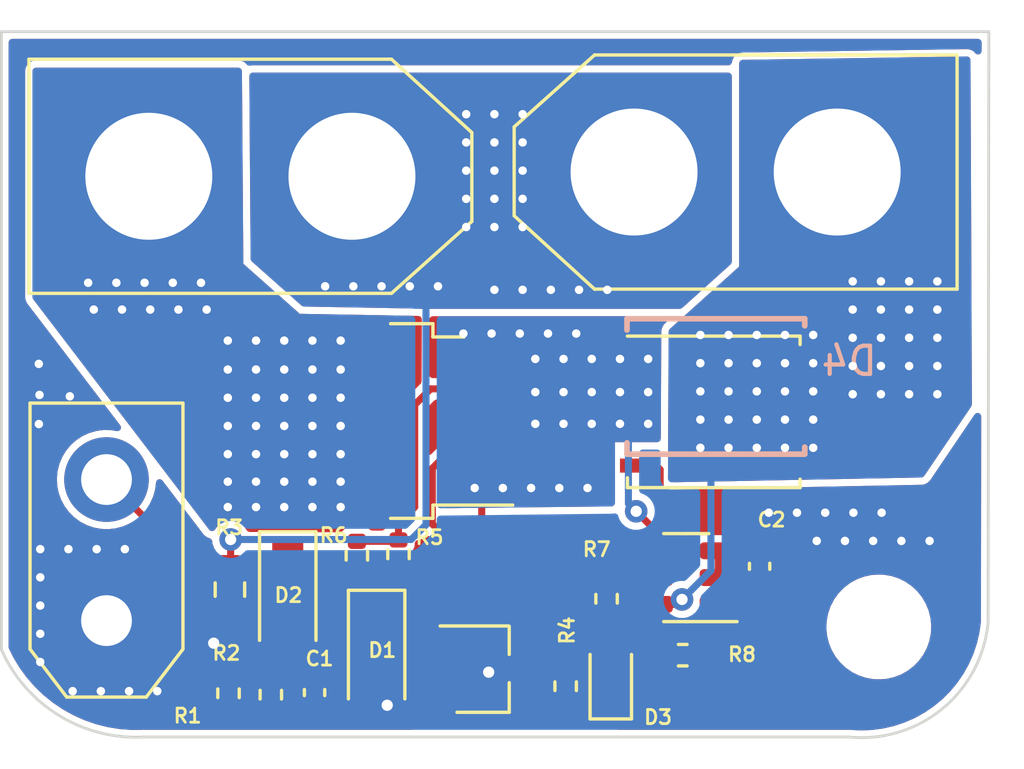
<source format=kicad_pcb>
(kicad_pcb (version 20211014) (generator pcbnew)
  (layers (0 "F.Cu" signal) (31 "B.Cu" signal) (34 "B.Paste" user) (35 "F.Paste" user) (36 "B.SilkS" user "B.Silkscreen") (37 "F.SilkS" user "F.Silkscreen") (38 "B.Mask" user) (39 "F.Mask" user) (44 "Edge.Cuts" user))
  (net 0 "")
  (net 1 "Net-(C1-Pad1)")
  (net 2 "GND")
  (net 3 "Net-(C2-Pad1)")
  (net 4 "GNDPWR")
  (net 5 "Net-(D3-Pad2)")
  (net 6 "/NMOS_OUT")
  (net 7 "/EN")
  (net 8 "/NMOS_IN")
  (net 9 "Net-(Q1-Pad2)")
  (net 10 "Net-(Q2-Pad4)")
  (net 11 "Net-(R4-Pad2)")
  (net 12 "Net-(R5-Pad2)")
  (net 13 "Net-(R6-Pad2)")
  (net 14 "Net-(Q2-Pad1)")
  (footprint "Connector_AMASS:AMASS_XT30UPB-M_1x02_P5.0mm_Vertical" (layer "F.Cu") (at 142.325 103.3 90)
    (fp_text reference "J1" hide)
    (fp_text value "Conn_01x02")
    (fp_line (start -1.01 2.71) (end 7.71 2.71) (layer "F.SilkS") (width 0.12))
    (fp_line (start -2.71 1.41) (end -1.01 2.71) (layer "F.SilkS") (width 0.12))
    (fp_line (start -2.71 -1.41) (end -1.01 -2.71) (layer "F.SilkS") (width 0.12))
    (fp_line (start 7.71 -2.71) (end 7.71 2.71) (layer "F.SilkS") (width 0.12))
    (fp_line (start -2.71 -1.41) (end -2.71 1.41) (layer "F.SilkS") (width 0.12))
    (fp_line (start -1.01 -2.71) (end 7.71 -2.71) (layer "F.SilkS") (width 0.12))
    (pad "1" thru_hole rect (at 0 0 90) (size 3 3) (drill 1.8) (layers *.Cu *.Mask) (net 2 "GND"))
    (pad "2" thru_hole circle (at 5 0 90) (size 3 3) (drill 1.8) (layers *.Cu *.Mask) (net 7 "/EN"))
  )
  (footprint "Resistor_SMD:R_0402_1005Metric" (layer "F.Cu") (at 162.75 104.525)
    (fp_text reference "R8" (at 2.1 -0.025) (layer "F.SilkS") (effects (font (size 0.5 0.5) (thickness 0.1))))
    (fp_text value "100R")
    (fp_line (start -0.153641 0.38) (end 0.153641 0.38) (layer "F.SilkS") (width 0.12))
    (fp_line (start -0.153641 -0.38) (end 0.153641 -0.38) (layer "F.SilkS") (width 0.12))
    (pad "1" smd roundrect (at -0.51 0) (size 0.54 0.64) (layers "F.Cu" "F.Paste" "F.Mask") (net 6 "/NMOS_OUT"))
    (pad "2" smd roundrect (at 0.51 0) (size 0.54 0.64) (layers "F.Cu" "F.Paste" "F.Mask") (net 3 "Net-(C2-Pad1)"))
  )
  (footprint "Package_TO_SOT_SMD:TDSON-8-1" (layer "F.Cu") (at 163.85 95.9)
    (fp_text reference "Q2" hide)
    (fp_text value "CSD18540Q5B")
    (fp_line (start 3.06 2.385) (end 3.06 2.685) (layer "F.SilkS") (width 0.12))
    (fp_line (start 3.06 -2.385) (end 3.06 -2.685) (layer "F.SilkS") (width 0.12))
    (fp_line (start -3.06 2.335) (end -3.06 2.685) (layer "F.SilkS") (width 0.12))
    (fp_line (start 3.06 2.685) (end -3.06 2.685) (layer "F.SilkS") (width 0.12))
    (fp_line (start 3.06 -2.685) (end -3.06 -2.685) (layer "F.SilkS") (width 0.12))
    (pad "1" smd rect (at -2.9 -1.905) (size 0.85 0.5) (layers "F.Cu" "F.Paste" "F.Mask") (net 14 "Net-(Q2-Pad1)"))
    (pad "2" smd rect (at -2.9 -0.635) (size 0.85 0.5) (layers "F.Cu" "F.Paste" "F.Mask") (net 14 "Net-(Q2-Pad1)"))
    (pad "3" smd rect (at -2.9 0.635) (size 0.85 0.5) (layers "F.Cu" "F.Paste" "F.Mask") (net 14 "Net-(Q2-Pad1)"))
    (pad "4" smd rect (at -2.9 1.905) (size 0.85 0.5) (layers "F.Cu" "F.Paste" "F.Mask") (net 10 "Net-(Q2-Pad4)"))
    (pad "5" smd rect (at 1.05 0) (size 4.55 4.41) (layers "F.Cu") (net 6 "/NMOS_OUT"))
  )
  (footprint "Package_TO_SOT_SMD:TO-252-4" (layer "F.Cu") (at 151.425 96.225 180)
    (fp_text reference "U1" hide)
    (fp_text value "BTS443P")
    (fp_line (start -2.47 3.45) (end -2.47 2.98) (layer "F.SilkS") (width 0.12))
    (fp_line (start -2.47 -3.45) (end -2.47 -2.98) (layer "F.SilkS") (width 0.12))
    (fp_line (start -0.97 -3.45) (end -2.47 -3.45) (layer "F.SilkS") (width 0.12))
    (fp_line (start -2.47 2.98) (end -3.57 2.98) (layer "F.SilkS") (width 0.12))
    (fp_line (start -2.47 -2.98) (end -5.3 -2.98) (layer "F.SilkS") (width 0.12))
    (fp_line (start -0.97 3.45) (end -2.47 3.45) (layer "F.SilkS") (width 0.12))
    (pad "1" smd rect (at -4.2 -2.28 180) (size 2.2 0.8) (layers "F.Cu" "F.Paste" "F.Mask") (net 14 "Net-(Q2-Pad1)"))
    (pad "2" smd rect (at -4.2 -1.14 180) (size 2.2 0.8) (layers "F.Cu" "F.Paste" "F.Mask") (net 11 "Net-(R4-Pad2)"))
    (pad "3" smd rect (at 2.1 0 180) (size 6.4 5.8) (layers "F.Cu" "F.Mask") (net 8 "/NMOS_IN"))
    (pad "4" smd rect (at -4.2 1.14 180) (size 2.2 0.8) (layers "F.Cu" "F.Paste" "F.Mask") (net 12 "Net-(R5-Pad2)"))
    (pad "5" smd rect (at -4.2 2.28 180) (size 2.2 0.8) (layers "F.Cu" "F.Paste" "F.Mask") (net 14 "Net-(Q2-Pad1)"))
  )
  (footprint "MountingHole:MountingHole_3.2mm_M3" (layer "F.Cu") (at 169.7 103.525)
    (fp_text reference "H1" hide)
    (fp_text value "MountingHole")
    (pad "" np_thru_hole circle (at 0 0) (size 3.2 3.2) (drill 3.2) (layers *.Cu *.Mask))
  )
  (footprint "Package_TO_SOT_SMD:TSOT-23" (layer "F.Cu") (at 155.65 105)
    (fp_text reference "Q1" hide)
    (fp_text value "Q_NPN_BCE")
    (fp_line (start 0.95 0.5) (end 0.95 1.55) (layer "F.SilkS") (width 0.12))
    (fp_line (start 0.93 -1.51) (end -1.5 -1.51) (layer "F.SilkS") (width 0.12))
    (fp_line (start 0.95 1.55) (end -0.9 1.55) (layer "F.SilkS") (width 0.12))
    (fp_line (start 0.95 -1.5) (end 0.95 -0.5) (layer "F.SilkS") (width 0.12))
    (pad "1" smd rect (at -1.31 -0.95) (size 1.22 0.65) (layers "F.Cu" "F.Paste" "F.Mask") (net 1 "Net-(C1-Pad1)"))
    (pad "2" smd rect (at -1.31 0.95) (size 1.22 0.65) (layers "F.Cu" "F.Paste" "F.Mask") (net 9 "Net-(Q1-Pad2)"))
    (pad "3" smd rect (at 1.31 0) (size 1.22 0.65) (layers "F.Cu" "F.Paste" "F.Mask") (net 2 "GND"))
  )
  (footprint "Capacitor_SMD:C_0402_1005Metric" (layer "F.Cu") (at 149.7 105.85 -90)
    (fp_text reference "C1" (at -1.2 -0.175 180) (layer "F.SilkS") (effects (font (size 0.5 0.5) (thickness 0.1))))
    (fp_text value "104")
    (fp_line (start -0.107836 -0.36) (end 0.107836 -0.36) (layer "F.SilkS") (width 0.12))
    (fp_line (start -0.107836 0.36) (end 0.107836 0.36) (layer "F.SilkS") (width 0.12))
    (pad "1" smd roundrect (at -0.48 0 270) (size 0.56 0.62) (layers "F.Cu" "F.Paste" "F.Mask") (net 1 "Net-(C1-Pad1)"))
    (pad "2" smd roundrect (at 0.48 0 270) (size 0.56 0.62) (layers "F.Cu" "F.Paste" "F.Mask") (net 2 "GND"))
  )
  (footprint "LED_SMD:LED_0603_1608Metric" (layer "F.Cu") (at 160.2 105.3 90)
    (fp_text reference "D3" (at -1.425 1.675 180) (layer "F.SilkS") (effects (font (size 0.5 0.5) (thickness 0.1))))
    (fp_text value "LED")
    (fp_line (start -1.485 0.735) (end 0.8 0.735) (layer "F.SilkS") (width 0.12))
    (fp_line (start -1.485 -0.735) (end -1.485 0.735) (layer "F.SilkS") (width 0.12))
    (fp_line (start 0.8 -0.735) (end -1.485 -0.735) (layer "F.SilkS") (width 0.12))
    (pad "1" smd roundrect (at -0.7875 0 90) (size 0.875 0.95) (layers "F.Cu" "F.Paste" "F.Mask") (net 4 "GNDPWR"))
    (pad "2" smd roundrect (at 0.7875 0 90) (size 0.875 0.95) (layers "F.Cu" "F.Paste" "F.Mask") (net 5 "Net-(D3-Pad2)"))
  )
  (footprint "Resistor_SMD:R_0402_1005Metric" (layer "F.Cu") (at 158.6 105.625 90)
    (fp_text reference "R4" (at 1.975 0.05 270) (layer "F.SilkS") (effects (font (size 0.5 0.5) (thickness 0.1))))
    (fp_text value "10k")
    (fp_line (start -0.153641 0.38) (end 0.153641 0.38) (layer "F.SilkS") (width 0.12))
    (fp_line (start -0.153641 -0.38) (end 0.153641 -0.38) (layer "F.SilkS") (width 0.12))
    (pad "1" smd roundrect (at -0.51 0 90) (size 0.54 0.64) (layers "F.Cu" "F.Paste" "F.Mask") (net 9 "Net-(Q1-Pad2)"))
    (pad "2" smd roundrect (at 0.51 0 90) (size 0.54 0.64) (layers "F.Cu" "F.Paste" "F.Mask") (net 11 "Net-(R4-Pad2)"))
  )
  (footprint "Diode_SMD:D_SOD-123F" (layer "F.Cu") (at 148.75 102.35 -90)
    (fp_text reference "D2" (at 0.05 -0.025 180) (layer "F.SilkS") (effects (font (size 0.5 0.5) (thickness 0.1))))
    (fp_text value "BZT52Bxx")
    (fp_line (start -2.2 -1) (end 1.65 -1) (layer "F.SilkS") (width 0.12))
    (fp_line (start -2.2 -1) (end -2.2 1) (layer "F.SilkS") (width 0.12))
    (fp_line (start -2.2 1) (end 1.65 1) (layer "F.SilkS") (width 0.12))
    (pad "1" smd rect (at -1.4 0 270) (size 1.1 1.1) (layers "F.Cu" "F.Paste" "F.Mask") (net 13 "Net-(R6-Pad2)"))
    (pad "2" smd rect (at 1.4 0 270) (size 1.1 1.1) (layers "F.Cu" "F.Paste" "F.Mask") (net 4 "GNDPWR"))
  )
  (footprint "Resistor_SMD:R_0402_1005Metric" (layer "F.Cu") (at 146.65 105.875 -90)
    (fp_text reference "R1" (at 0.8 1.45 180) (layer "F.SilkS") (effects (font (size 0.5 0.5) (thickness 0.1))))
    (fp_text value "10k")
    (fp_line (start -0.153641 -0.38) (end 0.153641 -0.38) (layer "F.SilkS") (width 0.12))
    (fp_line (start -0.153641 0.38) (end 0.153641 0.38) (layer "F.SilkS") (width 0.12))
    (pad "1" smd roundrect (at -0.51 0 270) (size 0.54 0.64) (layers "F.Cu" "F.Paste" "F.Mask") (net 7 "/EN"))
    (pad "2" smd roundrect (at 0.51 0 270) (size 0.54 0.64) (layers "F.Cu" "F.Paste" "F.Mask") (net 1 "Net-(C1-Pad1)"))
  )
  (footprint "Resistor_SMD:R_0402_1005Metric" (layer "F.Cu") (at 151.2 101 -90)
    (fp_text reference "R6" (at -0.725 0.825) (layer "F.SilkS") (effects (font (size 0.5 0.5) (thickness 0.1))))
    (fp_text value "2k")
    (fp_line (start -0.153641 0.38) (end 0.153641 0.38) (layer "F.SilkS") (width 0.12))
    (fp_line (start -0.153641 -0.38) (end 0.153641 -0.38) (layer "F.SilkS") (width 0.12))
    (pad "1" smd roundrect (at -0.51 0 270) (size 0.54 0.64) (layers "F.Cu" "F.Paste" "F.Mask") (net 12 "Net-(R5-Pad2)"))
    (pad "2" smd roundrect (at 0.51 0 270) (size 0.54 0.64) (layers "F.Cu" "F.Paste" "F.Mask") (net 13 "Net-(R6-Pad2)"))
  )
  (footprint "Diode_SMD:D_SOD-123F" (layer "F.Cu") (at 151.9 104.425 -90)
    (fp_text reference "D1" (at -0.075 -0.2 180) (layer "F.SilkS") (effects (font (size 0.5 0.5) (thickness 0.1))))
    (fp_text value "BZT52Bxx")
    (fp_line (start -2.2 -1) (end -2.2 1) (layer "F.SilkS") (width 0.12))
    (fp_line (start -2.2 1) (end 1.65 1) (layer "F.SilkS") (width 0.12))
    (fp_line (start -2.2 -1) (end 1.65 -1) (layer "F.SilkS") (width 0.12))
    (pad "1" smd rect (at -1.4 0 270) (size 1.1 1.1) (layers "F.Cu" "F.Paste" "F.Mask") (net 1 "Net-(C1-Pad1)"))
    (pad "2" smd rect (at 1.4 0 270) (size 1.1 1.1) (layers "F.Cu" "F.Paste" "F.Mask") (net 2 "GND"))
  )
  (footprint "Package_TO_SOT_SMD:TSOT-23-6" (layer "F.Cu") (at 162.875 101.775 180)
    (fp_text reference "U2" hide)
    (fp_text value "LM5050-1")
    (fp_line (start 0 -1.56) (end -1.8 -1.56) (layer "F.SilkS") (width 0.12))
    (fp_line (start 0 1.56) (end -0.8 1.56) (layer "F.SilkS") (width 0.12))
    (fp_line (start 0 -1.56) (end 0.8 -1.56) (layer "F.SilkS") (width 0.12))
    (fp_line (start 0 1.56) (end 0.8 1.56) (layer "F.SilkS") (width 0.12))
    (pad "1" smd roundrect (at -1.1375 -0.95 180) (size 1.325 0.6) (layers "F.Cu" "F.Paste" "F.Mask") (net 3 "Net-(C2-Pad1)"))
    (pad "2" smd roundrect (at -1.1375 0 180) (size 1.325 0.6) (layers "F.Cu" "F.Paste" "F.Mask") (net 4 "GNDPWR"))
    (pad "3" smd roundrect (at -1.1375 0.95 180) (size 1.325 0.6) (layers "F.Cu" "F.Paste" "F.Mask") (net 4 "GNDPWR"))
    (pad "4" smd roundrect (at 1.1375 0.95 180) (size 1.325 0.6) (layers "F.Cu" "F.Paste" "F.Mask") (net 14 "Net-(Q2-Pad1)"))
    (pad "5" smd roundrect (at 1.1375 0 180) (size 1.325 0.6) (layers "F.Cu" "F.Paste" "F.Mask") (net 10 "Net-(Q2-Pad4)"))
    (pad "6" smd roundrect (at 1.1375 -0.95 180) (size 1.325 0.6) (layers "F.Cu" "F.Paste" "F.Mask") (net 6 "/NMOS_OUT"))
  )
  (footprint "Resistor_SMD:R_0402_1005Metric" (layer "F.Cu") (at 152.675 100.95 90)
    (fp_text reference "R5" (at 0.6 1.1 180) (layer "F.SilkS") (effects (font (size 0.5 0.5) (thickness 0.1))))
    (fp_text value "10k")
    (fp_line (start -0.153641 -0.38) (end 0.153641 -0.38) (layer "F.SilkS") (width 0.12))
    (fp_line (start -0.153641 0.38) (end 0.153641 0.38) (layer "F.SilkS") (width 0.12))
    (pad "1" smd roundrect (at -0.51 0 90) (size 0.54 0.64) (layers "F.Cu" "F.Paste" "F.Mask") (net 4 "GNDPWR"))
    (pad "2" smd roundrect (at 0.51 0 90) (size 0.54 0.64) (layers "F.Cu" "F.Paste" "F.Mask") (net 12 "Net-(R5-Pad2)"))
  )
  (footprint "Resistor_SMD:R_0402_1005Metric" (layer "F.Cu") (at 160.05 102.525 -90)
    (fp_text reference "R7" (at -1.75 0.35 180) (layer "F.SilkS") (effects (font (size 0.5 0.5) (thickness 0.1))))
    (fp_text value "10k")
    (fp_line (start -0.153641 0.38) (end 0.153641 0.38) (layer "F.SilkS") (width 0.12))
    (fp_line (start -0.153641 -0.38) (end 0.153641 -0.38) (layer "F.SilkS") (width 0.12))
    (pad "1" smd roundrect (at -0.51 0 270) (size 0.54 0.64) (layers "F.Cu" "F.Paste" "F.Mask") (net 14 "Net-(Q2-Pad1)"))
    (pad "2" smd roundrect (at 0.51 0 270) (size 0.54 0.64) (layers "F.Cu" "F.Paste" "F.Mask") (net 5 "Net-(D3-Pad2)"))
  )
  (footprint "Capacitor_SMD:C_0402_1005Metric" (layer "F.Cu") (at 165.475 101.375 90)
    (fp_text reference "C2" (at 1.65 0.425 180) (layer "F.SilkS") (effects (font (size 0.5 0.5) (thickness 0.1))))
    (fp_text value "104")
    (fp_line (start -0.107836 0.36) (end 0.107836 0.36) (layer "F.SilkS") (width 0.12))
    (fp_line (start -0.107836 -0.36) (end 0.107836 -0.36) (layer "F.SilkS") (width 0.12))
    (pad "1" smd roundrect (at -0.48 0 90) (size 0.56 0.62) (layers "F.Cu" "F.Paste" "F.Mask") (net 3 "Net-(C2-Pad1)"))
    (pad "2" smd roundrect (at 0.48 0 90) (size 0.56 0.62) (layers "F.Cu" "F.Paste" "F.Mask") (net 4 "GNDPWR"))
  )
  (footprint "Resistor_SMD:R_0603_1608Metric" (layer "F.Cu") (at 146.7 102.2 90)
    (fp_text reference "R3" (at 2.2 -0.025 180) (layer "F.SilkS") (effects (font (size 0.5 0.5) (thickness 0.1))))
    (fp_text value "0")
    (fp_line (start -0.237258 -0.5225) (end 0.237258 -0.5225) (layer "F.SilkS") (width 0.12))
    (fp_line (start -0.237258 0.5225) (end 0.237258 0.5225) (layer "F.SilkS") (width 0.12))
    (pad "1" smd roundrect (at -0.825 0 90) (size 0.8 0.95) (layers "F.Cu" "F.Paste" "F.Mask") (net 2 "GND"))
    (pad "2" smd roundrect (at 0.825 0 90) (size 0.8 0.95) (layers "F.Cu" "F.Paste" "F.Mask") (net 4 "GNDPWR"))
  )
  (footprint "Resistor_SMD:R_0402_1005Metric" (layer "F.Cu") (at 148.15 105.925 -90)
    (fp_text reference "R2" (at -1.475 1.575 180) (layer "F.SilkS") (effects (font (size 0.5 0.5) (thickness 0.1))))
    (fp_text value "10k")
    (fp_line (start -0.153641 -0.38) (end 0.153641 -0.38) (layer "F.SilkS") (width 0.12))
    (fp_line (start -0.153641 0.38) (end 0.153641 0.38) (layer "F.SilkS") (width 0.12))
    (pad "1" smd roundrect (at -0.51 0 270) (size 0.54 0.64) (layers "F.Cu" "F.Paste" "F.Mask") (net 1 "Net-(C1-Pad1)"))
    (pad "2" smd roundrect (at 0.51 0 270) (size 0.54 0.64) (layers "F.Cu" "F.Paste" "F.Mask") (net 2 "GND"))
  )
  (footprint "Connector_AMASS:AMASS_XT60-M_1x02_P7.20mm_Vertical" (layer "F.Cu") (at 151.025 87.55 180)
    (fp_text reference "J2" hide)
    (fp_text value "Conn_01x02")
    (fp_line (start 11.45 -4.15) (end -1.4 -4.15) (layer "F.SilkS") (width 0.12))
    (fp_line (start -4.25 -1.6) (end -4.25 1.55) (layer "F.SilkS") (width 0.12))
    (fp_line (start -4.25 1.55) (end -1.4 4.15) (layer "F.SilkS") (width 0.12))
    (fp_line (start -1.4 -4.15) (end -4.25 -1.6) (layer "F.SilkS") (width 0.12))
    (fp_line (start 11.45 4.15) (end 11.45 -4.15) (layer "F.SilkS") (width 0.12))
    (fp_line (start -1.4 4.15) (end 11.45 4.15) (layer "F.SilkS") (width 0.12))
    (pad "1" thru_hole roundrect (at 0 0 180) (size 6 6) (drill 4.5) (layers *.Cu *.Mask) (net 4 "GNDPWR"))
    (pad "2" thru_hole circle (at 7.2 0 180) (size 6 6) (drill 4.5) (layers *.Cu *.Mask) (net 8 "/NMOS_IN"))
  )
  (footprint "Connector_AMASS:AMASS_XT60-F_1x02_P7.20mm_Vertical" (layer "F.Cu") (at 161.025 87.4)
    (fp_text reference "J3" hide)
    (fp_text value "Conn_01x02")
    (fp_line (start 11.45 -4.15) (end -1.4 -4.15) (layer "F.SilkS") (width 0.12))
    (fp_line (start -4.25 1.55) (end -1.4 4.15) (layer "F.SilkS") (width 0.12))
    (fp_line (start -4.25 -1.6) (end -4.25 1.55) (layer "F.SilkS") (width 0.12))
    (fp_line (start 11.45 4.15) (end 11.45 -4.15) (layer "F.SilkS") (width 0.12))
    (fp_line (start -1.4 -4.15) (end -4.25 -1.6) (layer "F.SilkS") (width 0.12))
    (fp_line (start -1.4 4.15) (end 11.45 4.15) (layer "F.SilkS") (width 0.12))
    (pad "1" thru_hole roundrect (at 0 0) (size 6 6) (drill 4.5) (layers *.Cu *.Mask) (net 4 "GNDPWR"))
    (pad "2" thru_hole circle (at 7.2 0) (size 6 6) (drill 4.5) (layers *.Cu *.Mask) (net 6 "/NMOS_OUT"))
  )
  (footprint "POWER_DIODE_SMD:TO-277A" (layer "B.Cu") (at 163.925 95 180)
    (fp_text reference "D4" (at -4.725 0.9 unlocked) (layer "B.SilkS") (effects (justify mirror)))
    (fp_text value "SVM1550UB")
    (fp_line (start -3.15 2.4) (end -3.15 2.15) (layer "B.SilkS") (width 0.2))
    (fp_line (start -3.15 -2.4) (end -3.15 -2.15) (layer "B.SilkS") (width 0.2))
    (fp_line (start -3.15 2.4) (end 3.15 2.4) (layer "B.SilkS") (width 0.2))
    (fp_line (start -3.15 -2.4) (end 3.15 -2.4) (layer "B.SilkS") (width 0.2))
    (fp_line (start 3.15 2.4) (end 3.15 2) (layer "B.SilkS") (width 0.2))
    (fp_line (start 3.15 -2.4) (end 3.15 -2) (layer "B.SilkS") (width 0.2))
    (pad "A" smd rect (at 2.9 0 90) (size 3.5 1.2) (layers "B.Cu") (net 14 "Net-(Q2-Pad1)"))
    (pad "K" smd roundrect (at -1.1 0 180) (size 4.8 3.8) (layers "B.Cu" "B.Mask") (roundrect_rratio 0.02) (net 6 "/NMOS_OUT"))
  )
  (gr_arc (start 143.65 107.425) (mid 140.641661 106.662365) (end 138.6 104.325) (layer "Edge.Cuts") (width 0.1))
  (gr_line (start 173.6 82.425) (end 173.575 103.35) (layer "Edge.Cuts") (width 0.1))
  (gr_line (start 138.6 82.425) (end 138.6 104.325) (layer "Edge.Cuts") (width 0.1))
  (gr_line (start 138.6 82.425) (end 173.6 82.425) (layer "Edge.Cuts") (width 0.1))
  (gr_line (start 143.65 107.425) (end 168.65 107.425) (layer "Edge.Cuts") (width 0.1))
  (gr_arc (start 173.575 103.35) (mid 171.962611 106.414935) (end 168.65 107.425) (layer "Edge.Cuts") (width 0.1))
  (segment (start 152 102.8) (end 152.825 102.8) (width 0.25) (layer "F.Cu") (net 1))
  (segment (start 150.305 105.37) (end 150.75 104.925) (width 0.25) (layer "F.Cu") (net 1))
  (segment (start 153.4 104.05) (end 154.34 104.05) (width 0.25) (layer "F.Cu") (net 1))
  (segment (start 147.5 105.725) (end 147.81 105.415) (width 0.25) (layer "F.Cu") (net 1))
  (segment (start 150.75 104.925) (end 150.75 103.175) (width 0.25) (layer "F.Cu") (net 1))
  (segment (start 153.125 103.775) (end 153.4 104.05) (width 0.25) (layer "F.Cu") (net 1))
  (segment (start 152.825 102.8) (end 153.125 103.1) (width 0.25) (layer "F.Cu") (net 1))
  (segment (start 146.65 106.385) (end 147.265 106.385) (width 0.25) (layer "F.Cu") (net 1))
  (segment (start 147.265 106.385) (end 147.5 106.15) (width 0.25) (layer "F.Cu") (net 1))
  (segment (start 148.15 105.415) (end 149.655 105.415) (width 0.25) (layer "F.Cu") (net 1))
  (segment (start 147.81 105.415) (end 148.15 105.415) (width 0.25) (layer "F.Cu") (net 1))
  (segment (start 149.7 105.37) (end 150.305 105.37) (width 0.25) (layer "F.Cu") (net 1))
  (segment (start 150.75 103.175) (end 151.125 102.8) (width 0.25) (layer "F.Cu") (net 1))
  (segment (start 147.5 106.15) (end 147.5 105.725) (width 0.25) (layer "F.Cu") (net 1))
  (segment (start 149.655 105.415) (end 149.7 105.37) (width 0.25) (layer "F.Cu") (net 1))
  (segment (start 153.125 103.1) (end 153.125 103.775) (width 0.25) (layer "F.Cu") (net 1))
  (segment (start 151.125 102.8) (end 152 102.8) (width 0.25) (layer "F.Cu") (net 1))
  (segment (start 149.25 106.325) (end 149.695 106.325) (width 0.25) (layer "F.Cu") (net 2))
  (segment (start 142.325 103.3) (end 142.325 105.275) (width 0.25) (layer "F.Cu") (net 2))
  (segment (start 149.695 106.325) (end 149.7 106.33) (width 0.25) (layer "F.Cu") (net 2))
  (segment (start 146.7 103.025) (end 146.7 103.525) (width 0.25) (layer "F.Cu") (net 2))
  (segment (start 148.175 106.875) (end 148.175 106.46) (width 0.25) (layer "F.Cu") (net 2))
  (segment (start 142.325 105.275) (end 144.03 106.98) (width 0.25) (layer "F.Cu") (net 2))
  (segment (start 156.832312 105.127688) (end 156.96 105) (width 0.25) (layer "F.Cu") (net 2))
  (segment (start 146.7 103.525) (end 146.125 104.1) (width 0.25) (layer "F.Cu") (net 2))
  (segment (start 148.07 106.98) (end 148.175 106.875) (width 0.25) (layer "F.Cu") (net 2))
  (segment (start 149.14 106.435) (end 149.25 106.325) (width 0.25) (layer "F.Cu") (net 2))
  (segment (start 148.175 106.46) (end 148.15 106.435) (width 0.25) (layer "F.Cu") (net 2))
  (segment (start 155.87191 105.127688) (end 156.832312 105.127688) (width 0.25) (layer "F.Cu") (net 2))
  (segment (start 148.15 106.435) (end 149.14 106.435) (width 0.25) (layer "F.Cu") (net 2))
  (segment (start 144.03 106.98) (end 148.07 106.98) (width 0.25) (layer "F.Cu") (net 2))
  (via (at 139.976534 104.766679) (size 0.6) (drill 0.3) (layers "F.Cu" "B.Cu") (net 2))
  (via (at 167.8 99.475) (size 0.6) (drill 0.3) (layers "F.Cu" "B.Cu") (net 2))
  (via (at 142.125 105.8) (size 0.6) (drill 0.3) (layers "F.Cu" "B.Cu") (net 2))
  (via (at 144.125 105.8) (size 0.6) (drill 0.3) (layers "F.Cu" "B.Cu") (net 2))
  (via (at 155.87191 105.127688) (size 0.8) (drill 0.4) (layers "F.Cu" "B.Cu") (net 2))
  (via (at 169.8 99.475) (size 0.6) (drill 0.3) (layers "F.Cu" "B.Cu") (net 2))
  (via (at 146.125 104.1) (size 0.8) (drill 0.4) (layers "F.Cu" "B.Cu") (net 2))
  (via (at 139.976534 102.766679) (size 0.6) (drill 0.3) (layers "F.Cu" "B.Cu") (net 2))
  (via (at 139.976534 101.766679) (size 0.6) (drill 0.3) (layers "F.Cu" "B.Cu") (net 2))
  (via (at 139.976534 100.766679) (size 0.6) (drill 0.3) (layers "F.Cu" "B.Cu") (net 2))
  (via (at 141.125 105.8) (size 0.6) (drill 0.3) (layers "F.Cu" "B.Cu") (net 2))
  (via (at 139.95 95.3) (size 0.6) (drill 0.3) (layers "F.Cu" "B.Cu") (net 2))
  (via (at 171.5 100.475) (size 0.6) (drill 0.3) (layers "F.Cu" "B.Cu") (net 2))
  (via (at 152.275 106.3) (size 0.8) (drill 0.4) (layers "F.Cu" "B.Cu") (net 2))
  (via (at 139.976534 103.766679) (size 0.6) (drill 0.3) (layers "F.Cu" "B.Cu") (net 2))
  (via (at 139.928068 96.332046) (size 0.6) (drill 0.3) (layers "F.Cu" "B.Cu") (net 2))
  (via (at 141.025 95.35) (size 0.6) (drill 0.3) (layers "F.Cu" "B.Cu") (net 2))
  (via (at 142.976534 100.766679) (size 0.6) (drill 0.3) (layers "F.Cu" "B.Cu") (net 2))
  (via (at 165.8 99.475) (size 0.6) (drill 0.3) (layers "F.Cu" "B.Cu") (net 2))
  (via (at 168.8 99.475) (size 0.6) (drill 0.3) (layers "F.Cu" "B.Cu") (net 2))
  (via (at 166.8 99.475) (size 0.6) (drill 0.3) (layers "F.Cu" "B.Cu") (net 2))
  (via (at 143.125 105.8) (size 0.6) (drill 0.3) (layers "F.Cu" "B.Cu") (net 2))
  (via (at 167.5 100.475) (size 0.6) (drill 0.3) (layers "F.Cu" "B.Cu") (net 2))
  (via (at 169.5 100.475) (size 0.6) (drill 0.3) (layers "F.Cu" "B.Cu") (net 2))
  (via (at 170.5 100.475) (size 0.6) (drill 0.3) (layers "F.Cu" "B.Cu") (net 2))
  (via (at 168.5 100.475) (size 0.6) (drill 0.3) (layers "F.Cu" "B.Cu") (net 2))
  (via (at 140.976534 100.766679) (size 0.6) (drill 0.3) (layers "F.Cu" "B.Cu") (net 2))
  (via (at 141.976534 100.766679) (size 0.6) (drill 0.3) (layers "F.Cu" "B.Cu") (net 2))
  (via (at 139.925 94.2) (size 0.6) (drill 0.3) (layers "F.Cu" "B.Cu") (net 2))
  (segment (start 146.125 104.1) (end 144.75 104.1) (width 0.25) (layer "B.Cu") (net 2))
  (segment (start 144.75 104.1) (end 143.95 103.3) (width 0.25) (layer "B.Cu") (net 2))
  (segment (start 143.95 103.3) (end 142.325 103.3) (width 0.25) (layer "B.Cu") (net 2))
  (segment (start 165.475 102.35) (end 165.475 101.855) (width 0.25) (layer "F.Cu") (net 3))
  (segment (start 164 104.175) (end 163.65 104.525) (width 0.25) (layer "F.Cu") (net 3))
  (segment (start 164 102.7375) (end 164 104.175) (width 0.25) (layer "F.Cu") (net 3))
  (segment (start 164.0125 102.725) (end 164 102.7375) (width 0.25) (layer "F.Cu") (net 3))
  (segment (start 164.0125 102.725) (end 165.1 102.725) (width 0.25) (layer "F.Cu") (net 3))
  (segment (start 163.65 104.525) (end 163.26 104.525) (width 0.25) (layer "F.Cu") (net 3))
  (segment (start 165.1 102.725) (end 165.475 102.35) (width 0.25) (layer "F.Cu") (net 3))
  (segment (start 147.75 103.75) (end 148.6 103.75) (width 0.25) (layer "F.Cu") (net 4))
  (segment (start 146.725 100.425) (end 146.725 101.35) (width 0.25) (layer "F.Cu") (net 4))
  (segment (start 147.675 103.675) (end 147.75 103.75) (width 0.25) (layer "F.Cu") (net 4))
  (segment (start 155.125 104.85) (end 155.675 104.3) (width 0.25) (layer "F.Cu") (net 4))
  (segment (start 165.475 100.895) (end 165.77 100.895) (width 0.25) (layer "F.Cu") (net 4))
  (segment (start 152.345 102.105) (end 149.345 102.105) (width 0.25) (layer "F.Cu") (net 4))
  (segment (start 153.3 105.1) (end 153.55 104.85) (width 0.25) (layer "F.Cu") (net 4))
  (segment (start 163.8625 106.0875) (end 160.2 106.0875) (width 0.25) (layer "F.Cu") (net 4))
  (segment (start 147.3 101.375) (end 146.7 101.375) (width 0.25) (layer "F.Cu") (net 4))
  (segment (start 160.875 87.55) (end 161.025 87.4) (width 0.25) (layer "F.Cu") (net 4))
  (segment (start 164.0125 100.825) (end 164.0125 101.775) (width 0.25) (layer "F.Cu") (net 4))
  (segment (start 153.3 106.5) (end 153.3 105.1) (width 0.25) (layer "F.Cu") (net 4))
  (segment (start 153.55 104.85) (end 155.125 104.85) (width 0.25) (layer "F.Cu") (net 4))
  (segment (start 166.125 101.25) (end 166.125 102.336396) (width 0.25) (layer "F.Cu") (net 4))
  (segment (start 165.77 100.895) (end 166.125 101.25) (width 0.25) (layer "F.Cu") (net 4))
  (segment (start 164.0125 100.825) (end 165.405 100.825) (width 0.25) (layer "F.Cu") (net 4))
  (segment (start 152.675 101.46) (end 152.675 101.775) (width 0.25) (layer "F.Cu") (net 4))
  (segment (start 147.3 101.375) (end 147.675 101.75) (width 0.25) (layer "F.Cu") (net 4))
  (segment (start 148.75 102.7) (end 148.75 103.75) (width 0.25) (layer "F.Cu") (net 4))
  (segment (start 160.2 106.0875) (end 160.2 106.6) (width 0.25) (layer "F.Cu") (net 4))
  (segment (start 165.325 103.136396) (end 165.325 104.625) (width 0.25) (layer "F.Cu") (net 4))
  (segment (start 165.325 104.625) (end 163.8625 106.0875) (width 0.25) (layer "F.Cu") (net 4))
  (segment (start 149.345 102.105) (end 148.75 102.7) (width 0.25) (layer "F.Cu") (net 4))
  (segment (start 166.125 102.336396) (end 165.325 103.136396) (width 0.25) (layer "F.Cu") (net 4))
  (segment (start 160.2 106.6) (end 159.9 106.9) (width 0.25) (layer "F.Cu") (net 4))
  (segment (start 153.7 106.9) (end 153.3 106.5) (width 0.25) (layer "F.Cu") (net 4))
  (segment (start 165.405 100.825) (end 165.475 100.895) (width 0.25) (layer "F.Cu") (net 4))
  (segment (start 147.675 101.75) (end 147.675 103.675) (width 0.25) (layer "F.Cu") (net 4))
  (segment (start 152.675 101.775) (end 152.345 102.105) (width 0.25) (layer "F.Cu") (net 4))
  (segment (start 155.675 103.225) (end 153.91 101.46) (width 0.25) (layer "F.Cu") (net 4))
  (segment (start 146.725 101.35) (end 146.7 101.375) (width 0.25) (layer "F.Cu") (net 4))
  (segment (start 155.675 104.3) (end 155.675 103.225) (width 0.25) (layer "F.Cu") (net 4))
  (segment (start 159.9 106.9) (end 153.7 106.9) (width 0.25) (layer "F.Cu") (net 4))
  (segment (start 153.91 101.46) (end 152.675 101.46) (width 0.25) (layer "F.Cu") (net 4))
  (via (at 158.075 91.575) (size 0.6) (drill 0.3) (layers "F.Cu" "B.Cu") (net 4))
  (via (at 152.075 91.45) (size 0.6) (drill 0.3) (layers "F.Cu" "B.Cu") (net 4))
  (via (at 157.075 86.35) (size 0.6) (drill 0.3) (layers "F.Cu" "B.Cu") (net 4))
  (via (at 156.075 91.575) (size 0.6) (drill 0.3) (layers "F.Cu" "B.Cu") (net 4))
  (via (at 156.075 85.35) (size 0.6) (drill 0.3) (layers "F.Cu" "B.Cu") (net 4))
  (via (at 159.075 91.575) (size 0.6) (drill 0.3) (layers "F.Cu" "B.Cu") (net 4))
  (via (at 155.075 89.35) (size 0.6) (drill 0.3) (layers "F.Cu" "B.Cu") (net 4))
  (via (at 155.075 85.35) (size 0.6) (drill 0.3) (layers "F.Cu" "B.Cu") (net 4))
  (via (at 157.075 88.35) (size 0.6) (drill 0.3) (layers "F.Cu" "B.Cu") (net 4))
  (via (at 156.075 88.35) (size 0.6) (drill 0.3) (layers "F.Cu" "B.Cu") (net 4))
  (via (at 160.075 91.575) (size 0.6) (drill 0.3) (layers "F.Cu" "B.Cu") (net 4))
  (via (at 157.075 91.575) (size 0.6) (drill 0.3) (layers "F.Cu" "B.Cu") (net 4))
  (via (at 157.075 89.35) (size 0.6) (drill 0.3) (layers "F.Cu" "B.Cu") (net 4))
  (via (at 155.075 86.35) (size 0.6) (drill 0.3) (layers "F.Cu" "B.Cu") (net 4))
  (via (at 156.075 86.35) (size 0.6) (drill 0.3) (layers "F.Cu" "B.Cu") (net 4))
  (via (at 156.075 87.35) (size 0.6) (drill 0.3) (layers "F.Cu" "B.Cu") (net 4))
  (via (at 154.075 91.45) (size 0.6) (drill 0.3) (layers "F.Cu" "B.Cu") (net 4))
  (via (at 153.075 91.45) (size 0.6) (drill 0.3) (layers "F.Cu" "B.Cu") (net 4))
  (via (at 156.075 89.35) (size 0.6) (drill 0.3) (layers "F.Cu" "B.Cu") (net 4))
  (via (at 157.075 85.35) (size 0.6) (drill 0.3) (layers "F.Cu" "B.Cu") (net 4))
  (via (at 146.725 100.425) (size 0.8) (drill 0.4) (layers "F.Cu" "B.Cu") (net 4))
  (via (at 157.075 87.35) (size 0.6) (drill 0.3) (layers "F.Cu" "B.Cu") (net 4))
  (via (at 155.075 88.35) (size 0.6) (drill 0.3) (layers "F.Cu" "B.Cu") (net 4))
  (via (at 150.075 91.45) (size 0.6) (drill 0.3) (layers "F.Cu" "B.Cu") (net 4))
  (via (at 151.075 91.45) (size 0.6) (drill 0.3) (layers "F.Cu" "B.Cu") (net 4))
  (via (at 155.075 87.35) (size 0.6) (drill 0.3) (layers "F.Cu" "B.Cu") (net 4))
  (segment (start 146.725 100.425) (end 153.125 100.425) (width 0.25) (layer "B.Cu") (net 4))
  (segment (start 153.65 99.9) (end 153.65 91.9) (width 0.25) (layer "B.Cu") (net 4))
  (segment (start 153.125 100.425) (end 153.65 99.9) (width 0.25) (layer "B.Cu") (net 4))
  (segment (start 153.65 91.9) (end 153.775 91.775) (width 0.25) (layer "B.Cu") (net 4))
  (segment (start 160.05 103.035) (end 160.05 103.625) (width 0.25) (layer "F.Cu") (net 5))
  (segment (start 160.275 104.4375) (end 160.2 104.5125) (width 0.25) (layer "F.Cu") (net 5))
  (segment (start 160.05 103.625) (end 160.275 103.85) (width 0.25) (layer "F.Cu") (net 5))
  (segment (start 160.275 103.85) (end 160.275 104.4375) (width 0.25) (layer "F.Cu") (net 5))
  (segment (start 162.275 104.49) (end 162.24 104.525) (width 0.25) (layer "F.Cu") (net 6))
  (segment (start 162.55 102.725) (end 162.725 102.55) (width 0.25) (layer "F.Cu") (net 6))
  (segment (start 162.275 103.725) (end 162.275 104.49) (width 0.25) (layer "F.Cu") (net 6))
  (segment (start 161.7375 103.1875) (end 162.275 103.725) (width 0.25) (layer "F.Cu") (net 6))
  (segment (start 161.7375 102.725) (end 162.55 102.725) (width 0.25) (layer "F.Cu") (net 6))
  (segment (start 161.7375 102.725) (end 161.7375 103.1875) (width 0.25) (layer "F.Cu") (net 6))
  (via (at 169.775 92.275) (size 0.6) (drill 0.3) (layers "F.Cu" "B.Cu") (net 6))
  (via (at 163.375 95.175) (size 0.6) (drill 0.3) (layers "F.Cu" "B.Cu") (net 6))
  (via (at 163.375 94.175) (size 0.6) (drill 0.3) (layers "F.Cu" "B.Cu") (net 6))
  (via (at 171.775 93.275) (size 0.6) (drill 0.3) (layers "F.Cu" "B.Cu") (net 6))
  (via (at 166.375 97.175) (size 0.6) (drill 0.3) (layers "F.Cu" "B.Cu") (net 6))
  (via (at 166.375 94.175) (size 0.6) (drill 0.3) (layers "F.Cu" "B.Cu") (net 6))
  (via (at 162.725 102.55) (size 0.8) (drill 0.4) (layers "F.Cu" "B.Cu") (net 6))
  (via (at 164.375 94.175) (size 0.6) (drill 0.3) (layers "F.Cu" "B.Cu") (net 6))
  (via (at 170.775 92.275) (size 0.6) (drill 0.3) (layers "F.Cu" "B.Cu") (net 6))
  (via (at 171.775 91.275) (size 0.6) (drill 0.3) (layers "F.Cu" "B.Cu") (net 6))
  (via (at 164.375 95.175) (size 0.6) (drill 0.3) (layers "F.Cu" "B.Cu") (net 6))
  (via (at 165.375 97.175) (size 0.6) (drill 0.3) (layers "F.Cu" "B.Cu") (net 6))
  (via (at 168.775 91.275) (size 0.6) (drill 0.3) (layers "F.Cu" "B.Cu") (net 6))
  (via (at 170.775 94.275) (size 0.6) (drill 0.3) (layers "F.Cu" "B.Cu") (net 6))
  (via (at 164.375 96.175) (size 0.6) (drill 0.3) (layers "F.Cu" "B.Cu") (net 6))
  (via (at 164.375 93.175) (size 0.6) (drill 0.3) (layers "F.Cu" "B.Cu") (net 6))
  (via (at 167.375 94.175) (size 0.6) (drill 0.3) (layers "F.Cu" "B.Cu") (net 6))
  (via (at 171.775 92.275) (size 0.6) (drill 0.3) (layers "F.Cu" "B.Cu") (net 6))
  (via (at 163.375 97.175) (size 0.6) (drill 0.3) (layers "F.Cu" "B.Cu") (net 6))
  (via (at 168.775 92.275) (size 0.6) (drill 0.3) (layers "F.Cu" "B.Cu") (net 6))
  (via (at 166.375 96.175) (size 0.6) (drill 0.3) (layers "F.Cu" "B.Cu") (net 6))
  (via (at 171.775 94.275) (size 0.6) (drill 0.3) (layers "F.Cu" "B.Cu") (net 6))
  (via (at 165.375 93.175) (size 0.6) (drill 0.3) (layers "F.Cu" "B.Cu") (net 6))
  (via (at 166.375 93.175) (size 0.6) (drill 0.3) (layers "F.Cu" "B.Cu") (net 6))
  (via (at 163.375 93.175) (size 0.6) (drill 0.3) (layers "F.Cu" "B.Cu") (net 6))
  (via (at 170.775 93.275) (size 0.6) (drill 0.3) (layers "F.Cu" "B.Cu") (net 6))
  (via (at 169.775 94.275) (size 0.6) (drill 0.3) (layers "F.Cu" "B.Cu") (net 6))
  (via (at 170.775 95.275) (size 0.6) (drill 0.3) (layers "F.Cu" "B.Cu") (net 6))
  (via (at 167.375 97.175) (size 0.6) (drill 0.3) (layers "F.Cu" "B.Cu") (net 6))
  (via (at 171.775 95.275) (size 0.6) (drill 0.3) (layers "F.Cu" "B.Cu") (net 6))
  (via (at 165.375 95.175) (size 0.6) (drill 0.3) (layers "F.Cu" "B.Cu") (net 6))
  (via (at 167.375 95.175) (size 0.6) (drill 0.3) (layers "F.Cu" "B.Cu") (net 6))
  (via (at 168.775 95.275) (size 0.6) (drill 0.3) (layers "F.Cu" "B.Cu") (net 6))
  (via (at 169.775 91.275) (size 0.6) (drill 0.3) (layers "F.Cu" "B.Cu") (net 6))
  (via (at 168.775 93.275) (size 0.6) (drill 0.3) (layers "F.Cu" "B.Cu") (net 6))
  (via (at 165.375 94.175) (size 0.6) (drill 0.3) (layers "F.Cu" "B.Cu") (net 6))
  (via (at 165.375 96.175) (size 0.6) (drill 0.3) (layers "F.Cu" "B.Cu") (net 6))
  (via (at 168.775 94.275) (size 0.6) (drill 0.3) (layers "F.Cu" "B.Cu") (net 6))
  (via (at 164.375 97.175) (size 0.6) (drill 0.3) (layers "F.Cu" "B.Cu") (net 6))
  (via (at 167.375 96.175) (size 0.6) (drill 0.3) (layers "F.Cu" "B.Cu") (net 6))
  (via (at 170.775 91.275) (size 0.6) (drill 0.3) (layers "F.Cu" "B.Cu") (net 6))
  (via (at 166.375 95.175) (size 0.6) (drill 0.3) (layers "F.Cu" "B.Cu") (net 6))
  (via (at 169.775 95.275) (size 0.6) (drill 0.3) (layers "F.Cu" "B.Cu") (net 6))
  (via (at 169.775 93.275) (size 0.6) (drill 0.3) (layers "F.Cu" "B.Cu") (net 6))
  (via (at 163.375 96.175) (size 0.6) (drill 0.3) (layers "F.Cu" "B.Cu") (net 6))
  (via (at 167.375 93.175) (size 0.6) (drill 0.3) (layers "F.Cu" "B.Cu") (net 6))
  (segment (start 165.425 92.55) (end 165.025 92.95) (width 0.25) (layer "B.Cu") (net 6))
  (segment (start 167.625 92.55) (end 165.425 92.55) (width 0.25) (layer "B.Cu") (net 6))
  (segment (start 165.025 92.95) (end 165.025 95) (width 0.25) (layer "B.Cu") (net 6))
  (segment (start 168.225 91.95) (end 167.625 92.55) (width 0.25) (layer "B.Cu") (net 6))
  (segment (start 168.225 91.375) (end 168.225 91.95) (width 0.25) (layer "B.Cu") (net 6))
  (segment (start 168.225 87.4) (end 168.225 91.375) (width 0.25) (layer "B.Cu") (net 6))
  (segment (start 163.75 101.525) (end 162.725 102.55) (width 0.25) (layer "B.Cu") (net 6))
  (segment (start 163.75 93.55) (end 163.75 101.525) (width 0.25) (layer "B.Cu") (net 6))
  (segment (start 144.825 104.8) (end 145.39 105.365) (width 0.25) (layer "F.Cu") (net 7))
  (segment (start 145.39 105.365) (end 146.65 105.365) (width 0.25) (layer "F.Cu") (net 7))
  (segment (start 142.325 98.3) (end 144.825 100.8) (width 0.25) (layer "F.Cu") (net 7))
  (segment (start 144.825 100.8) (end 144.825 104.8) (width 0.25) (layer "F.Cu") (net 7))
  (via (at 147.625 99.275) (size 0.6) (drill 0.3) (layers "F.Cu" "B.Cu") (net 8))
  (via (at 150.625 94.4) (size 0.6) (drill 0.3) (layers "F.Cu" "B.Cu") (net 8))
  (via (at 148.625 94.4) (size 0.6) (drill 0.3) (layers "F.Cu" "B.Cu") (net 8))
  (via (at 149.625 97.4) (size 0.6) (drill 0.3) (layers "F.Cu" "B.Cu") (net 8))
  (via (at 143.875 92.275) (size 0.6) (drill 0.3) (layers "F.Cu" "B.Cu") (net 8))
  (via (at 150.625 95.4) (size 0.6) (drill 0.3) (layers "F.Cu" "B.Cu") (net 8))
  (via (at 148.625 95.4) (size 0.6) (drill 0.3) (layers "F.Cu" "B.Cu") (net 8))
  (via (at 147.625 96.4) (size 0.6) (drill 0.3) (layers "F.Cu" "B.Cu") (net 8))
  (via (at 149.625 96.4) (size 0.6) (drill 0.3) (layers "F.Cu" "B.Cu") (net 8))
  (via (at 150.625 97.4) (size 0.6) (drill 0.3) (layers "F.Cu" "B.Cu") (net 8))
  (via (at 146.625 95.4) (size 0.6) (drill 0.3) (layers "F.Cu" "B.Cu") (net 8))
  (via (at 147.625 98.375) (size 0.6) (drill 0.3) (layers "F.Cu" "B.Cu") (net 8))
  (via (at 148.625 93.375) (size 0.6) (drill 0.3) (layers "F.Cu" "B.Cu") (net 8))
  (via (at 141.675 91.325) (size 0.6) (drill 0.3) (layers "F.Cu" "B.Cu") (net 8))
  (via (at 149.625 93.375) (size 0.6) (drill 0.3) (layers "F.Cu" "B.Cu") (net 8))
  (via (at 142.675 91.325) (size 0.6) (drill 0.3) (layers "F.Cu" "B.Cu") (net 8))
  (via (at 149.625 94.4) (size 0.6) (drill 0.3) (layers "F.Cu" "B.Cu") (net 8))
  (via (at 144.675 91.325) (size 0.6) (drill 0.3) (layers "F.Cu" "B.Cu") (net 8))
  (via (at 146.625 97.4) (size 0.6) (drill 0.3) (layers "F.Cu" "B.Cu") (net 8))
  (via (at 150.625 96.4) (size 0.6) (drill 0.3) (layers "F.Cu" "B.Cu") (net 8))
  (via (at 147.625 94.4) (size 0.6) (drill 0.3) (layers "F.Cu" "B.Cu") (net 8))
  (via (at 146.625 94.4) (size 0.6) (drill 0.3) (layers "F.Cu" "B.Cu") (net 8))
  (via (at 144.875 92.275) (size 0.6) (drill 0.3) (layers "F.Cu" "B.Cu") (net 8))
  (via (at 146.625 99.275) (size 0.6) (drill 0.3) (layers "F.Cu" "B.Cu") (net 8))
  (via (at 147.625 95.4) (size 0.6) (drill 0.3) (layers "F.Cu" "B.Cu") (net 8))
  (via (at 146.625 98.375) (size 0.6) (drill 0.3) (layers "F.Cu" "B.Cu") (net 8))
  (via (at 148.625 98.375) (size 0.6) (drill 0.3) (layers "F.Cu" "B.Cu") (net 8))
  (via (at 146.625 96.4) (size 0.6) (drill 0.3) (layers "F.Cu" "B.Cu") (net 8))
  (via (at 145.675 91.325) (size 0.6) (drill 0.3) (layers "F.Cu" "B.Cu") (net 8))
  (via (at 150.625 99.275) (size 0.6) (drill 0.3) (layers "F.Cu" "B.Cu") (net 8))
  (via (at 142.875 92.275) (size 0.6) (drill 0.3) (layers "F.Cu" "B.Cu") (net 8))
  (via (at 143.675 91.325) (size 0.6) (drill 0.3) (layers "F.Cu" "B.Cu") (net 8))
  (via (at 149.625 95.4) (size 0.6) (drill 0.3) (layers "F.Cu" "B.Cu") (net 8))
  (via (at 146.625 93.375) (size 0.6) (drill 0.3) (layers "F.Cu" "B.Cu") (net 8))
  (via (at 150.625 98.375) (size 0.6) (drill 0.3) (layers "F.Cu" "B.Cu") (net 8))
  (via (at 149.625 99.275) (size 0.6) (drill 0.3) (layers "F.Cu" "B.Cu") (net 8))
  (via (at 148.625 96.4) (size 0.6) (drill 0.3) (layers "F.Cu" "B.Cu") (net 8))
  (via (at 150.625 93.375) (size 0.6) (drill 0.3) (layers "F.Cu" "B.Cu") (net 8))
  (via (at 147.625 97.4) (size 0.6) (drill 0.3) (layers "F.Cu" "B.Cu") (net 8))
  (via (at 148.625 99.275) (size 0.6) (drill 0.3) (layers "F.Cu" "B.Cu") (net 8))
  (via (at 148.625 97.4) (size 0.6) (drill 0.3) (layers "F.Cu" "B.Cu") (net 8))
  (via (at 149.625 98.375) (size 0.6) (drill 0.3) (layers "F.Cu" "B.Cu") (net 8))
  (via (at 141.875 92.275) (size 0.6) (drill 0.3) (layers "F.Cu" "B.Cu") (net 8))
  (via (at 147.625 93.375) (size 0.6) (drill 0.3) (layers "F.Cu" "B.Cu") (net 8))
  (via (at 145.875 92.275) (size 0.6) (drill 0.3) (layers "F.Cu" "B.Cu") (net 8))
  (segment (start 154.34 105.95) (end 157.525 105.95) (width 0.25) (layer "F.Cu") (net 9))
  (segment (start 157.525 105.95) (end 157.725 106.15) (width 0.25) (layer "F.Cu") (net 9))
  (segment (start 158.585 106.15) (end 158.6 106.135) (width 0.25) (layer "F.Cu") (net 9))
  (segment (start 157.725 106.15) (end 158.585 106.15) (width 0.25) (layer "F.Cu") (net 9))
  (segment (start 161.805 97.805) (end 160.95 97.805) (width 0.25) (layer "F.Cu") (net 10))
  (segment (start 161.95 99.075) (end 161.95 97.95) (width 0.25) (layer "F.Cu") (net 10))
  (segment (start 162.121751 101.775) (end 162.925 100.971751) (width 0.25) (layer "F.Cu") (net 10))
  (segment (start 161.95 97.95) (end 161.805 97.805) (width 0.25) (layer "F.Cu") (net 10))
  (segment (start 162.925 100.05) (end 161.95 99.075) (width 0.25) (layer "F.Cu") (net 10))
  (segment (start 161.7375 101.775) (end 162.121751 101.775) (width 0.25) (layer "F.Cu") (net 10))
  (segment (start 162.925 100.971751) (end 162.925 100.05) (width 0.25) (layer "F.Cu") (net 10))
  (segment (start 153.875 97.9) (end 153.875 99.875) (width 0.25) (layer "F.Cu") (net 11))
  (segment (start 157.95 102.2) (end 158.6 102.85) (width 0.25) (layer "F.Cu") (net 11))
  (segment (start 155.625 97.365) (end 154.41 97.365) (width 0.25) (layer "F.Cu") (net 11))
  (segment (start 154.41 97.365) (end 153.875 97.9) (width 0.25) (layer "F.Cu") (net 11))
  (segment (start 156.2 102.2) (end 157.95 102.2) (width 0.25) (layer "F.Cu") (net 11))
  (segment (start 158.6 102.85) (end 158.6 105.115) (width 0.25) (layer "F.Cu") (net 11))
  (segment (start 153.875 99.875) (end 156.2 102.2) (width 0.25) (layer "F.Cu") (net 11))
  (segment (start 151.2 100.49) (end 152.625 100.49) (width 0.25) (layer "F.Cu") (net 12))
  (segment (start 153.25 99.275) (end 152.675 99.85) (width 0.25) (layer "F.Cu") (net 12))
  (segment (start 152.675 99.85) (end 152.675 100.44) (width 0.25) (layer "F.Cu") (net 12))
  (segment (start 155.625 95.085) (end 153.815 95.085) (width 0.25) (layer "F.Cu") (net 12))
  (segment (start 152.625 100.49) (end 152.675 100.44) (width 0.25) (layer "F.Cu") (net 12))
  (segment (start 153.25 95.65) (end 153.25 99.275) (width 0.25) (layer "F.Cu") (net 12))
  (segment (start 153.815 95.085) (end 153.25 95.65) (width 0.25) (layer "F.Cu") (net 12))
  (segment (start 150.51 101.51) (end 151.2 101.51) (width 0.25) (layer "F.Cu") (net 13))
  (segment (start 148.75 100.95) (end 149.95 100.95) (width 0.25) (layer "F.Cu") (net 13))
  (segment (start 149.95 100.95) (end 150.51 101.51) (width 0.25) (layer "F.Cu") (net 13))
  (segment (start 156.895 98.505) (end 157.2 98.2) (width 0.25) (layer "F.Cu") (net 14))
  (segment (start 155.625 93.945) (end 160.9 93.945) (width 0.25) (layer "F.Cu") (net 14))
  (segment (start 157.2 98.2) (end 157.2 97.575) (width 0.25) (layer "F.Cu") (net 14))
  (segment (start 160.95 96.535) (end 160.95 95.265) (width 0.25) (layer "F.Cu") (net 14))
  (segment (start 155.625 99.625) (end 157.65 101.65) (width 0.25) (layer "F.Cu") (net 14))
  (segment (start 161.675 100.7625) (end 161.7375 100.825) (width 0.25) (layer "F.Cu") (net 14))
  (segment (start 157.2 97.575) (end 158.24 96.535) (width 0.25) (layer "F.Cu") (net 14))
  (segment (start 158.24 96.535) (end 160.95 96.535) (width 0.25) (layer "F.Cu") (net 14))
  (segment (start 155.625 98.505) (end 156.895 98.505) (width 0.25) (layer "F.Cu") (net 14))
  (segment (start 155.625 98.505) (end 155.625 99.625) (width 0.25) (layer "F.Cu") (net 14))
  (segment (start 160.95 93.995) (end 160.95 95.265) (width 0.25) (layer "F.Cu") (net 14))
  (segment (start 158.765 102.015) (end 160.05 102.015) (width 0.25) (layer "F.Cu") (net 14))
  (segment (start 161.675 100) (end 161.675 100.7625) (width 0.25) (layer "F.Cu") (net 14))
  (segment (start 160.575 100.825) (end 161.7375 100.825) (width 0.25) (layer "F.Cu") (net 14))
  (segment (start 160.05 102.015) (end 160.05 101.35) (width 0.25) (layer "F.Cu") (net 14))
  (segment (start 158.4 101.65) (end 158.765 102.015) (width 0.25) (layer "F.Cu") (net 14))
  (segment (start 161.1 99.425) (end 161.675 100) (width 0.25) (layer "F.Cu") (net 14))
  (segment (start 160.9 93.945) (end 160.95 93.995) (width 0.25) (layer "F.Cu") (net 14))
  (segment (start 157.65 101.65) (end 158.4 101.65) (width 0.25) (layer "F.Cu") (net 14))
  (segment (start 160.05 101.35) (end 160.575 100.825) (width 0.25) (layer "F.Cu") (net 14))
  (via (at 156.975 93.125) (size 0.6) (drill 0.3) (layers "F.Cu" "B.Cu") (net 14))
  (via (at 161.525 95.2) (size 0.6) (drill 0.3) (layers "F.Cu" "B.Cu") (net 14))
  (via (at 159.375 98.6) (size 0.6) (drill 0.3) (layers "F.Cu" "B.Cu") (net 14))
  (via (at 157.975 93.125) (size 0.6) (drill 0.3) (layers "F.Cu" "B.Cu") (net 14))
  (via (at 158.975 93.125) (size 0.6) (drill 0.3) (layers "F.Cu" "B.Cu") (net 14))
  (via (at 157.375 98.6) (size 0.6) (drill 0.3) (layers "F.Cu" "B.Cu") (net 14))
  (via (at 158.525 95.2) (size 0.6) (drill 0.3) (layers "F.Cu" "B.Cu") (net 14))
  (via (at 156.375 98.6) (size 0.6) (drill 0.3) (layers "F.Cu" "B.Cu") (net 14))
  (via (at 159.525 94.025) (size 0.6) (drill 0.3) (layers "F.Cu" "B.Cu") (net 14))
  (via (at 159.525 96.325) (size 0.6) (drill 0.3) (layers "F.Cu" "B.Cu") (net 14))
  (via (at 157.525 95.2) (size 0.6) (drill 0.3) (layers "F.Cu" "B.Cu") (net 14))
  (via (at 157.525 96.325) (size 0.6) (drill 0.3) (layers "F.Cu" "B.Cu") (net 14))
  (via (at 154.975 93.125) (size 0.6) (drill 0.3) (layers "F.Cu" "B.Cu") (net 14))
  (via (at 159.525 95.2) (size 0.6) (drill 0.3) (layers "F.Cu" "B.Cu") (net 14))
  (via (at 158.525 94.025) (size 0.6) (drill 0.3) (layers "F.Cu" "B.Cu") (net 14))
  (via (at 160.525 94.025) (size 0.6) (drill 0.3) (layers "F.Cu" "B.Cu") (net 14))
  (via (at 161.525 94.025) (size 0.6) (drill 0.3) (layers "F.Cu" "B.Cu") (net 14))
  (via (at 155.375 98.6) (size 0.6) (drill 0.3) (layers "F.Cu" "B.Cu") (net 14))
  (via (at 161.525 96.325) (size 0.6) (drill 0.3) (layers "F.Cu" "B.Cu") (net 14))
  (via (at 158.375 98.6) (size 0.6) (drill 0.3) (layers "F.Cu" "B.Cu") (net 14))
  (via (at 161.1 99.425) (size 0.8) (drill 0.4) (layers "F.Cu" "B.Cu") (net 14))
  (via (at 158.525 96.325) (size 0.6) (drill 0.3) (layers "F.Cu" "B.Cu") (net 14))
  (via (at 157.525 94.025) (size 0.6) (drill 0.3) (layers "F.Cu" "B.Cu") (net 14))
  (via (at 160.525 96.325) (size 0.6) (drill 0.3) (layers "F.Cu" "B.Cu") (net 14))
  (via (at 155.975 93.125) (size 0.6) (drill 0.3) (layers "F.Cu" "B.Cu") (net 14))
  (via (at 160.525 95.2) (size 0.6) (drill 0.3) (layers "F.Cu" "B.Cu") (net 14))
  (segment (start 160.825 99.15) (end 161.1 99.425) (width 0.25) (layer "B.Cu") (net 14))
  (segment (start 160.825 96.725) (end 160.825 99.15) (width 0.25) (layer "B.Cu") (net 14))
  (zone (net 14) (net_name "Net-(Q2-Pad1)") (layers F&B.Cu) (priority 1) (connect_pads yes (clearance 0.254)) (min_thickness 0.254) (fill yes (thermal_gap 0.508) (thermal_bridge_width 0.508))
    (polygon (pts (xy 162.175 96.975) (xy 160.35 96.975) (xy 160.35 99.25) (xy 153.525 99.325) (xy 153.525 92.35) (xy 162.25 92.35)))
  )
  (zone (net 8) (net_name "/NMOS_IN") (layers F&B.Cu) (priority 3) (connect_pads yes (clearance 0.254)) (min_thickness 0.254) (fill yes (thermal_gap 0.508) (thermal_bridge_width 0.508))
    (polygon (pts (xy 147.125 83.7) (xy 147.175 90.65) (xy 149.175 92.425) (xy 153.504223 92.501995) (xy 153.476583 100.180974) (xy 146.02236 100.153979) (xy 139.7 91.875) (xy 139.7 83.7) (xy 140.025 83.7)))
  )
  (zone (net 6) (net_name "/NMOS_OUT") (layers F&B.Cu) (priority 3) (connect_pads yes (clearance 0.254)) (min_thickness 0.254) (fill yes (thermal_gap 0.508) (thermal_bridge_width 0.508))
    (polygon (pts (xy 173 95.675) (xy 171.275 98.225) (xy 162.225 98.4) (xy 162.25 93) (xy 164.75 90.75) (xy 164.75 83.425) (xy 172.95 83.3)))
  )
  (zone (net 2) (net_name "GND") (layers F&B.Cu) (connect_pads yes (clearance 0.254)) (min_thickness 0.254) (fill yes (thermal_gap 0.508) (thermal_bridge_width 0.508))
    (polygon (pts (xy 173.575 103.35) (xy 173.5 103.875) (xy 173.325 104.5) (xy 173.175 104.825) (xy 172.925 105.325) (xy 172.65 105.7) (xy 172.425 105.95) (xy 172.025 106.35) (xy 171.35 106.825) (xy 170.85 107.1) (xy 170.175 107.325) (xy 169.3 107.45) (xy 168.625 107.425) (xy 143.3 107.425) (xy 142.575 107.375) (xy 141.85 107.225) (xy 141.025 106.875) (xy 140.425 106.525) (xy 139.8 106.05) (xy 139.425 105.625) (xy 138.875 104.9) (xy 138.6 104.275) (xy 138.6 82.425) (xy 173.6 82.425)))
  )
  (zone (net 4) (net_name "GNDPWR") (layers F&B.Cu) (priority 2) (connect_pads yes (clearance 0.254)) (min_thickness 0.254) (fill yes (thermal_gap 0.508) (thermal_bridge_width 0.508))
    (polygon (pts (xy 164.75 92.25) (xy 147.15 92.25) (xy 147.15 83.875) (xy 164.75 83.875)))
  )
)
</source>
